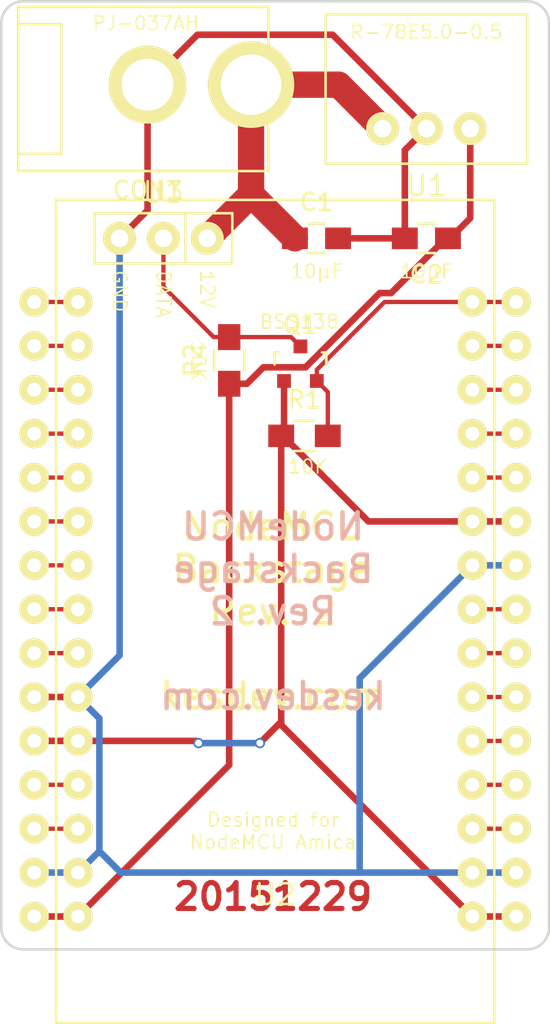
<source format=kicad_pcb>
(kicad_pcb (version 20171130) (host pcbnew "(5.1.12)-1")

  (general
    (thickness 1.6)
    (drawings 22)
    (tracks 96)
    (zones 0)
    (modules 9)
    (nets 28)
  )

  (page A4)
  (layers
    (0 F.Cu signal)
    (31 B.Cu signal)
    (32 B.Adhes user hide)
    (33 F.Adhes user hide)
    (34 B.Paste user hide)
    (35 F.Paste user hide)
    (36 B.SilkS user hide)
    (37 F.SilkS user hide)
    (38 B.Mask user hide)
    (39 F.Mask user hide)
    (40 Dwgs.User user hide)
    (41 Cmts.User user hide)
    (42 Eco1.User user hide)
    (43 Eco2.User user hide)
    (44 Edge.Cuts user)
    (45 Margin user hide)
    (46 B.CrtYd user hide)
    (47 F.CrtYd user hide)
    (48 B.Fab user hide)
    (49 F.Fab user hide)
  )

  (setup
    (last_trace_width 0.25)
    (trace_clearance 0.2)
    (zone_clearance 0.508)
    (zone_45_only no)
    (trace_min 0.2)
    (via_size 0.6)
    (via_drill 0.4)
    (via_min_size 0.4)
    (via_min_drill 0.3)
    (uvia_size 0.3)
    (uvia_drill 0.1)
    (uvias_allowed no)
    (uvia_min_size 0.2)
    (uvia_min_drill 0.1)
    (edge_width 0.15)
    (segment_width 0.2)
    (pcb_text_width 0.3)
    (pcb_text_size 1.5 1.5)
    (mod_edge_width 0.15)
    (mod_text_size 1 1)
    (mod_text_width 0.15)
    (pad_size 1.524 1.524)
    (pad_drill 0.762)
    (pad_to_mask_clearance 0)
    (pad_to_paste_clearance -0.003)
    (aux_axis_origin 0 0)
    (visible_elements 7FFFFFFF)
    (pcbplotparams
      (layerselection 0x010f0_80000001)
      (usegerberextensions true)
      (usegerberattributes true)
      (usegerberadvancedattributes true)
      (creategerberjobfile true)
      (excludeedgelayer true)
      (linewidth 0.100000)
      (plotframeref false)
      (viasonmask false)
      (mode 1)
      (useauxorigin false)
      (hpglpennumber 1)
      (hpglpenspeed 20)
      (hpglpendiameter 15.000000)
      (psnegative false)
      (psa4output false)
      (plotreference false)
      (plotvalue false)
      (plotinvisibletext false)
      (padsonsilk false)
      (subtractmaskfromsilk false)
      (outputformat 1)
      (mirror false)
      (drillshape 0)
      (scaleselection 1)
      (outputdirectory "Outputs/"))
  )

  (net 0 "")
  (net 1 GND)
  (net 2 +12V)
  (net 3 +3V3)
  (net 4 "Net-(Q1-Pad2)")
  (net 5 D0_5V)
  (net 6 +5V)
  (net 7 "Net-(U2-Pad1)")
  (net 8 "Net-(U2-Pad29)")
  (net 9 "Net-(U2-Pad2)")
  (net 10 "Net-(U2-Pad28)")
  (net 11 "Net-(U2-Pad3)")
  (net 12 "Net-(U2-Pad27)")
  (net 13 "Net-(U2-Pad4)")
  (net 14 "Net-(U2-Pad26)")
  (net 15 "Net-(U2-Pad5)")
  (net 16 "Net-(U2-Pad6)")
  (net 17 "Net-(U2-Pad7)")
  (net 18 "Net-(U2-Pad23)")
  (net 19 "Net-(U2-Pad8)")
  (net 20 "Net-(U2-Pad22)")
  (net 21 "Net-(U2-Pad9)")
  (net 22 "Net-(U2-Pad21)")
  (net 23 "Net-(U2-Pad20)")
  (net 24 "Net-(U2-Pad19)")
  (net 25 "Net-(U2-Pad12)")
  (net 26 "Net-(U2-Pad18)")
  (net 27 "Net-(U2-Pad13)")

  (net_class Default "This is the default net class."
    (clearance 0.2)
    (trace_width 0.25)
    (via_dia 0.6)
    (via_drill 0.4)
    (uvia_dia 0.3)
    (uvia_drill 0.1)
    (add_net D0_5V)
    (add_net "Net-(Q1-Pad2)")
    (add_net "Net-(U2-Pad1)")
    (add_net "Net-(U2-Pad12)")
    (add_net "Net-(U2-Pad13)")
    (add_net "Net-(U2-Pad18)")
    (add_net "Net-(U2-Pad19)")
    (add_net "Net-(U2-Pad2)")
    (add_net "Net-(U2-Pad20)")
    (add_net "Net-(U2-Pad21)")
    (add_net "Net-(U2-Pad22)")
    (add_net "Net-(U2-Pad23)")
    (add_net "Net-(U2-Pad26)")
    (add_net "Net-(U2-Pad27)")
    (add_net "Net-(U2-Pad28)")
    (add_net "Net-(U2-Pad29)")
    (add_net "Net-(U2-Pad3)")
    (add_net "Net-(U2-Pad4)")
    (add_net "Net-(U2-Pad5)")
    (add_net "Net-(U2-Pad6)")
    (add_net "Net-(U2-Pad7)")
    (add_net "Net-(U2-Pad8)")
    (add_net "Net-(U2-Pad9)")
  )

  (net_class Hi-V ""
    (clearance 0.2)
    (trace_width 1.524)
    (via_dia 0.6)
    (via_drill 0.4)
    (uvia_dia 0.3)
    (uvia_drill 0.1)
    (add_net +12V)
  )

  (net_class Power ""
    (clearance 0.2)
    (trace_width 0.381)
    (via_dia 0.6)
    (via_drill 0.4)
    (uvia_dia 0.3)
    (uvia_drill 0.1)
    (add_net +3V3)
    (add_net +5V)
    (add_net GND)
  )

  (module mplewis:NODEMCU_AMICA_WIDE (layer F.Cu) (tedit 568216CA) (tstamp 5682375B)
    (at 50.8 66.04)
    (path /5681EEDE)
    (fp_text reference U2 (at 0.127 16.383 180) (layer F.SilkS)
      (effects (font (size 1.2 1.2) (thickness 0.15)))
    )
    (fp_text value NODEMCU_AMICA (at 0.127 -16.637) (layer F.Fab)
      (effects (font (size 1.2 1.2) (thickness 0.15)))
    )
    (fp_line (start 12.827 -23.8125) (end -12.573 -23.8125) (layer F.SilkS) (width 0.15))
    (fp_line (start 12.827 23.8125) (end 12.827 -23.8125) (layer F.SilkS) (width 0.15))
    (fp_line (start 12.827 23.8125) (end -12.573 23.8125) (layer F.SilkS) (width 0.15))
    (fp_line (start -12.573 23.8125) (end -12.573 -23.8125) (layer F.SilkS) (width 0.15))
    (pad 30 thru_hole circle (at 11.557 -17.907 270) (size 1.7 1.7) (drill 0.8) (layers *.Cu *.Mask F.SilkS)
      (net 4 "Net-(Q1-Pad2)"))
    (pad 1 thru_hole circle (at -11.303 -17.907 270) (size 1.7 1.7) (drill 0.8) (layers *.Cu *.Mask F.SilkS)
      (net 7 "Net-(U2-Pad1)"))
    (pad 29 thru_hole circle (at 11.557 -15.367 270) (size 1.7 1.7) (drill 0.8) (layers *.Cu *.Mask F.SilkS)
      (net 8 "Net-(U2-Pad29)"))
    (pad 2 thru_hole circle (at -11.303 -15.367 270) (size 1.7 1.7) (drill 0.8) (layers *.Cu *.Mask F.SilkS)
      (net 9 "Net-(U2-Pad2)"))
    (pad 28 thru_hole circle (at 11.557 -12.827 270) (size 1.7 1.7) (drill 0.8) (layers *.Cu *.Mask F.SilkS)
      (net 10 "Net-(U2-Pad28)"))
    (pad 3 thru_hole circle (at -11.303 -12.827 270) (size 1.7 1.7) (drill 0.8) (layers *.Cu *.Mask F.SilkS)
      (net 11 "Net-(U2-Pad3)"))
    (pad 27 thru_hole circle (at 11.557 -10.287 270) (size 1.7 1.7) (drill 0.8) (layers *.Cu *.Mask F.SilkS)
      (net 12 "Net-(U2-Pad27)"))
    (pad 4 thru_hole circle (at -11.303 -10.287 270) (size 1.7 1.7) (drill 0.8) (layers *.Cu *.Mask F.SilkS)
      (net 13 "Net-(U2-Pad4)"))
    (pad 26 thru_hole circle (at 11.557 -7.747 270) (size 1.7 1.7) (drill 0.8) (layers *.Cu *.Mask F.SilkS)
      (net 14 "Net-(U2-Pad26)"))
    (pad 5 thru_hole circle (at -11.303 -7.747 270) (size 1.7 1.7) (drill 0.8) (layers *.Cu *.Mask F.SilkS)
      (net 15 "Net-(U2-Pad5)"))
    (pad 25 thru_hole circle (at 11.557 -5.207 270) (size 1.7 1.7) (drill 0.8) (layers *.Cu *.Mask F.SilkS)
      (net 3 +3V3))
    (pad 6 thru_hole circle (at -11.303 -5.207 270) (size 1.7 1.7) (drill 0.8) (layers *.Cu *.Mask F.SilkS)
      (net 16 "Net-(U2-Pad6)"))
    (pad 24 thru_hole circle (at 11.557 -2.667 270) (size 1.7 1.7) (drill 0.8) (layers *.Cu *.Mask F.SilkS)
      (net 1 GND))
    (pad 7 thru_hole circle (at -11.303 -2.667 270) (size 1.7 1.7) (drill 0.8) (layers *.Cu *.Mask F.SilkS)
      (net 17 "Net-(U2-Pad7)"))
    (pad 23 thru_hole circle (at 11.557 -0.127 270) (size 1.7 1.7) (drill 0.8) (layers *.Cu *.Mask F.SilkS)
      (net 18 "Net-(U2-Pad23)"))
    (pad 8 thru_hole circle (at -11.303 -0.127 270) (size 1.7 1.7) (drill 0.8) (layers *.Cu *.Mask F.SilkS)
      (net 19 "Net-(U2-Pad8)"))
    (pad 22 thru_hole circle (at 11.557 2.413 270) (size 1.7 1.7) (drill 0.8) (layers *.Cu *.Mask F.SilkS)
      (net 20 "Net-(U2-Pad22)"))
    (pad 9 thru_hole circle (at -11.303 2.413 270) (size 1.7 1.7) (drill 0.8) (layers *.Cu *.Mask F.SilkS)
      (net 21 "Net-(U2-Pad9)"))
    (pad 21 thru_hole circle (at 11.557 4.953 270) (size 1.7 1.7) (drill 0.8) (layers *.Cu *.Mask F.SilkS)
      (net 22 "Net-(U2-Pad21)"))
    (pad 10 thru_hole circle (at -11.303 4.953 270) (size 1.7 1.7) (drill 0.8) (layers *.Cu *.Mask F.SilkS)
      (net 1 GND))
    (pad 20 thru_hole circle (at 11.557 7.493 270) (size 1.7 1.7) (drill 0.8) (layers *.Cu *.Mask F.SilkS)
      (net 23 "Net-(U2-Pad20)"))
    (pad 11 thru_hole circle (at -11.303 7.493 270) (size 1.7 1.7) (drill 0.8) (layers *.Cu *.Mask F.SilkS)
      (net 3 +3V3))
    (pad 19 thru_hole circle (at 11.557 10.033 270) (size 1.7 1.7) (drill 0.8) (layers *.Cu *.Mask F.SilkS)
      (net 24 "Net-(U2-Pad19)"))
    (pad 12 thru_hole circle (at -11.303 10.033 270) (size 1.7 1.7) (drill 0.8) (layers *.Cu *.Mask F.SilkS)
      (net 25 "Net-(U2-Pad12)"))
    (pad 18 thru_hole circle (at 11.557 12.573 270) (size 1.7 1.7) (drill 0.8) (layers *.Cu *.Mask F.SilkS)
      (net 26 "Net-(U2-Pad18)"))
    (pad 13 thru_hole circle (at -11.303 12.573 270) (size 1.7 1.7) (drill 0.8) (layers *.Cu *.Mask F.SilkS)
      (net 27 "Net-(U2-Pad13)"))
    (pad 17 thru_hole circle (at 11.557 15.113 270) (size 1.7 1.7) (drill 0.8) (layers *.Cu *.Mask F.SilkS)
      (net 1 GND))
    (pad 14 thru_hole circle (at -11.303 15.113 270) (size 1.7 1.7) (drill 0.8) (layers *.Cu *.Mask F.SilkS)
      (net 1 GND))
    (pad 16 thru_hole circle (at 11.557 17.653 270) (size 1.7 1.7) (drill 0.8) (layers *.Cu *.Mask F.SilkS)
      (net 3 +3V3))
    (pad 15 thru_hole circle (at -11.303 17.653 270) (size 1.7 1.7) (drill 0.8) (layers *.Cu *.Mask F.SilkS)
      (net 6 +5V))
    (pad 9 thru_hole circle (at -13.843 2.413 270) (size 1.7 1.7) (drill 0.8) (layers *.Cu *.Mask F.SilkS)
      (net 21 "Net-(U2-Pad9)"))
    (pad 10 thru_hole circle (at -13.843 4.953 270) (size 1.7 1.7) (drill 0.8) (layers *.Cu *.Mask F.SilkS)
      (net 1 GND))
    (pad 13 thru_hole circle (at -13.843 12.573 270) (size 1.7 1.7) (drill 0.8) (layers *.Cu *.Mask F.SilkS)
      (net 27 "Net-(U2-Pad13)"))
    (pad 11 thru_hole circle (at -13.843 7.493 270) (size 1.7 1.7) (drill 0.8) (layers *.Cu *.Mask F.SilkS)
      (net 3 +3V3))
    (pad 12 thru_hole circle (at -13.843 10.033 270) (size 1.7 1.7) (drill 0.8) (layers *.Cu *.Mask F.SilkS)
      (net 25 "Net-(U2-Pad12)"))
    (pad 6 thru_hole circle (at -13.843 -5.207 270) (size 1.7 1.7) (drill 0.8) (layers *.Cu *.Mask F.SilkS)
      (net 16 "Net-(U2-Pad6)"))
    (pad 8 thru_hole circle (at -13.843 -0.127 270) (size 1.7 1.7) (drill 0.8) (layers *.Cu *.Mask F.SilkS)
      (net 19 "Net-(U2-Pad8)"))
    (pad 7 thru_hole circle (at -13.843 -2.667 270) (size 1.7 1.7) (drill 0.8) (layers *.Cu *.Mask F.SilkS)
      (net 17 "Net-(U2-Pad7)"))
    (pad 14 thru_hole circle (at -13.843 15.113 270) (size 1.7 1.7) (drill 0.8) (layers *.Cu *.Mask F.SilkS)
      (net 1 GND))
    (pad 15 thru_hole circle (at -13.843 17.653 270) (size 1.7 1.7) (drill 0.8) (layers *.Cu *.Mask F.SilkS)
      (net 6 +5V))
    (pad 2 thru_hole circle (at -13.843 -15.367 270) (size 1.7 1.7) (drill 0.8) (layers *.Cu *.Mask F.SilkS)
      (net 9 "Net-(U2-Pad2)"))
    (pad 5 thru_hole circle (at -13.843 -7.747 270) (size 1.7 1.7) (drill 0.8) (layers *.Cu *.Mask F.SilkS)
      (net 15 "Net-(U2-Pad5)"))
    (pad 3 thru_hole circle (at -13.843 -12.827 270) (size 1.7 1.7) (drill 0.8) (layers *.Cu *.Mask F.SilkS)
      (net 11 "Net-(U2-Pad3)"))
    (pad 4 thru_hole circle (at -13.843 -10.287 270) (size 1.7 1.7) (drill 0.8) (layers *.Cu *.Mask F.SilkS)
      (net 13 "Net-(U2-Pad4)"))
    (pad 1 thru_hole circle (at -13.843 -17.907 270) (size 1.7 1.7) (drill 0.8) (layers *.Cu *.Mask F.SilkS)
      (net 7 "Net-(U2-Pad1)"))
    (pad 21 thru_hole circle (at 14.097 4.953 270) (size 1.7 1.7) (drill 0.8) (layers *.Cu *.Mask F.SilkS)
      (net 22 "Net-(U2-Pad21)"))
    (pad 22 thru_hole circle (at 14.097 2.413 270) (size 1.7 1.7) (drill 0.8) (layers *.Cu *.Mask F.SilkS)
      (net 20 "Net-(U2-Pad22)"))
    (pad 23 thru_hole circle (at 14.097 -0.127 270) (size 1.7 1.7) (drill 0.8) (layers *.Cu *.Mask F.SilkS)
      (net 18 "Net-(U2-Pad23)"))
    (pad 24 thru_hole circle (at 14.097 -2.667 270) (size 1.7 1.7) (drill 0.8) (layers *.Cu *.Mask F.SilkS)
      (net 1 GND))
    (pad 18 thru_hole circle (at 14.097 12.573 270) (size 1.7 1.7) (drill 0.8) (layers *.Cu *.Mask F.SilkS)
      (net 26 "Net-(U2-Pad18)"))
    (pad 20 thru_hole circle (at 14.097 7.493 270) (size 1.7 1.7) (drill 0.8) (layers *.Cu *.Mask F.SilkS)
      (net 23 "Net-(U2-Pad20)"))
    (pad 17 thru_hole circle (at 14.097 15.113 270) (size 1.7 1.7) (drill 0.8) (layers *.Cu *.Mask F.SilkS)
      (net 1 GND))
    (pad 19 thru_hole circle (at 14.097 10.033 270) (size 1.7 1.7) (drill 0.8) (layers *.Cu *.Mask F.SilkS)
      (net 24 "Net-(U2-Pad19)"))
    (pad 16 thru_hole circle (at 14.097 17.653 270) (size 1.7 1.7) (drill 0.8) (layers *.Cu *.Mask F.SilkS)
      (net 3 +3V3))
    (pad 28 thru_hole circle (at 14.097 -12.827 270) (size 1.7 1.7) (drill 0.8) (layers *.Cu *.Mask F.SilkS)
      (net 10 "Net-(U2-Pad28)"))
    (pad 27 thru_hole circle (at 14.097 -10.287 270) (size 1.7 1.7) (drill 0.8) (layers *.Cu *.Mask F.SilkS)
      (net 12 "Net-(U2-Pad27)"))
    (pad 26 thru_hole circle (at 14.097 -7.747 270) (size 1.7 1.7) (drill 0.8) (layers *.Cu *.Mask F.SilkS)
      (net 14 "Net-(U2-Pad26)"))
    (pad 25 thru_hole circle (at 14.097 -5.207 270) (size 1.7 1.7) (drill 0.8) (layers *.Cu *.Mask F.SilkS)
      (net 3 +3V3))
    (pad 29 thru_hole circle (at 14.097 -15.367 270) (size 1.7 1.7) (drill 0.8) (layers *.Cu *.Mask F.SilkS)
      (net 8 "Net-(U2-Pad29)"))
    (pad 30 thru_hole circle (at 14.097 -17.907 270) (size 1.7 1.7) (drill 0.8) (layers *.Cu *.Mask F.SilkS)
      (net 4 "Net-(Q1-Pad2)"))
  )

  (module SOT-23 (layer F.Cu) (tedit 553634F8) (tstamp 568227C8)
    (at 52.39 51.70424)
    (descr "SOT-23, Standard")
    (tags SOT-23)
    (path /5682179E)
    (attr smd)
    (fp_text reference Q1 (at 0 -2.25) (layer F.SilkS)
      (effects (font (size 1 1) (thickness 0.15)))
    )
    (fp_text value BSS138 (at 0 2.3) (layer F.Fab)
      (effects (font (size 1 1) (thickness 0.15)))
    )
    (fp_line (start 1.49982 -0.65024) (end 1.49982 0.0508) (layer F.SilkS) (width 0.15))
    (fp_line (start 1.29916 -0.65024) (end 1.49982 -0.65024) (layer F.SilkS) (width 0.15))
    (fp_line (start -1.49982 -0.65024) (end -1.2509 -0.65024) (layer F.SilkS) (width 0.15))
    (fp_line (start -1.49982 0.0508) (end -1.49982 -0.65024) (layer F.SilkS) (width 0.15))
    (fp_line (start 1.29916 -0.65024) (end 1.2509 -0.65024) (layer F.SilkS) (width 0.15))
    (fp_line (start -1.65 1.6) (end -1.65 -1.6) (layer F.CrtYd) (width 0.05))
    (fp_line (start 1.65 1.6) (end -1.65 1.6) (layer F.CrtYd) (width 0.05))
    (fp_line (start 1.65 -1.6) (end 1.65 1.6) (layer F.CrtYd) (width 0.05))
    (fp_line (start -1.65 -1.6) (end 1.65 -1.6) (layer F.CrtYd) (width 0.05))
    (pad 1 smd rect (at -0.95 1.00076) (size 0.8001 0.8001) (layers F.Cu F.Paste F.Mask)
      (net 3 +3V3))
    (pad 2 smd rect (at 0.95 1.00076) (size 0.8001 0.8001) (layers F.Cu F.Paste F.Mask)
      (net 4 "Net-(Q1-Pad2)"))
    (pad 3 smd rect (at 0 -0.99822) (size 0.8001 0.8001) (layers F.Cu F.Paste F.Mask)
      (net 5 D0_5V))
    (model TO_SOT_Packages_SMD.3dshapes/SOT-23.wrl
      (at (xyz 0 0 0))
      (scale (xyz 1 1 1))
      (rotate (xyz 0 0 0))
    )
  )

  (module mplewis:R-78E5.0-0.5 (layer F.Cu) (tedit 568207B9) (tstamp 568227EB)
    (at 59.69 40.132)
    (path /56821530)
    (fp_text reference U1 (at 0 1.27) (layer F.SilkS)
      (effects (font (size 1.2 1.2) (thickness 0.15)))
    )
    (fp_text value R-78E5.0-0.5 (at 0 -9.652) (layer F.Fab)
      (effects (font (size 1.2 1.2) (thickness 0.15)))
    )
    (fp_line (start -5.842 0) (end -5.842 -8.636) (layer F.SilkS) (width 0.15))
    (fp_line (start -5.842 -8.636) (end 5.842 -8.636) (layer F.SilkS) (width 0.15))
    (fp_line (start 5.842 -8.636) (end 5.842 0) (layer F.SilkS) (width 0.15))
    (fp_line (start 5.842 0) (end -5.842 0) (layer F.SilkS) (width 0.15))
    (pad 1 thru_hole circle (at -2.54 -2.032) (size 1.905 1.905) (drill 1.016) (layers *.Cu *.Mask F.SilkS)
      (net 2 +12V))
    (pad 2 thru_hole circle (at 0 -2.032) (size 1.905 1.905) (drill 1.016) (layers *.Cu *.Mask F.SilkS)
      (net 1 GND))
    (pad 3 thru_hole circle (at 2.54 -2.032) (size 1.905 1.905) (drill 1.016) (layers *.Cu *.Mask F.SilkS)
      (net 6 +5V))
  )

  (module mplewis:SIP-3 (layer F.Cu) (tedit 0) (tstamp 56822A22)
    (at 44.45 44.45 180)
    (path /568212E1)
    (fp_text reference U3 (at 0 2.6525 180) (layer F.SilkS)
      (effects (font (size 1.2 1.2) (thickness 0.15)))
    )
    (fp_text value HEADER_WS2812 (at 0 -2.6525 180) (layer F.Fab)
      (effects (font (size 1.2 1.2) (thickness 0.15)))
    )
    (fp_line (start -1.27 -1.4525) (end -1.27 1.4525) (layer F.SilkS) (width 0.15))
    (fp_line (start -3.9925 1.4525) (end -3.9925 -1.4525) (layer F.SilkS) (width 0.15))
    (fp_line (start 3.9925 1.4525) (end -3.9925 1.4525) (layer F.SilkS) (width 0.15))
    (fp_line (start 3.9925 -1.4525) (end 3.9925 1.4525) (layer F.SilkS) (width 0.15))
    (fp_line (start -3.9925 -1.4525) (end 3.9925 -1.4525) (layer F.SilkS) (width 0.15))
    (pad 1 thru_hole circle (at -2.54 0 180) (size 1.905 1.905) (drill 1.016) (layers *.Cu *.Mask F.SilkS)
      (net 2 +12V))
    (pad 2 thru_hole circle (at 0 0 180) (size 1.905 1.905) (drill 1.016) (layers *.Cu *.Mask F.SilkS)
      (net 5 D0_5V))
    (pad 3 thru_hole circle (at 2.54 0 180) (size 1.905 1.905) (drill 1.016) (layers *.Cu *.Mask F.SilkS)
      (net 1 GND))
  )

  (module Capacitors_SMD:C_0805_HandSoldering (layer F.Cu) (tedit 541A9B8D) (tstamp 56822DF5)
    (at 53.32 44.45)
    (descr "Capacitor SMD 0805, hand soldering")
    (tags "capacitor 0805")
    (path /568215F3)
    (attr smd)
    (fp_text reference C1 (at 0 -2.1) (layer F.SilkS)
      (effects (font (size 1 1) (thickness 0.15)))
    )
    (fp_text value 10µF (at 0 2.1) (layer F.Fab)
      (effects (font (size 1 1) (thickness 0.15)))
    )
    (fp_line (start -0.5 0.85) (end 0.5 0.85) (layer F.SilkS) (width 0.15))
    (fp_line (start 0.5 -0.85) (end -0.5 -0.85) (layer F.SilkS) (width 0.15))
    (fp_line (start 2.3 -1) (end 2.3 1) (layer F.CrtYd) (width 0.05))
    (fp_line (start -2.3 -1) (end -2.3 1) (layer F.CrtYd) (width 0.05))
    (fp_line (start -2.3 1) (end 2.3 1) (layer F.CrtYd) (width 0.05))
    (fp_line (start -2.3 -1) (end 2.3 -1) (layer F.CrtYd) (width 0.05))
    (pad 1 smd rect (at -1.25 0) (size 1.5 1.25) (layers F.Cu F.Paste F.Mask)
      (net 2 +12V))
    (pad 2 smd rect (at 1.25 0) (size 1.5 1.25) (layers F.Cu F.Paste F.Mask)
      (net 1 GND))
    (model Capacitors_SMD.3dshapes/C_0805_HandSoldering.wrl
      (at (xyz 0 0 0))
      (scale (xyz 1 1 1))
      (rotate (xyz 0 0 0))
    )
  )

  (module Capacitors_SMD:C_0805_HandSoldering (layer F.Cu) (tedit 541A9B8D) (tstamp 56822DFB)
    (at 59.69 44.45 180)
    (descr "Capacitor SMD 0805, hand soldering")
    (tags "capacitor 0805")
    (path /56821646)
    (attr smd)
    (fp_text reference C2 (at 0 -2.1 180) (layer F.SilkS)
      (effects (font (size 1 1) (thickness 0.15)))
    )
    (fp_text value 10µF (at 0 2.1 180) (layer F.Fab)
      (effects (font (size 1 1) (thickness 0.15)))
    )
    (fp_line (start -0.5 0.85) (end 0.5 0.85) (layer F.SilkS) (width 0.15))
    (fp_line (start 0.5 -0.85) (end -0.5 -0.85) (layer F.SilkS) (width 0.15))
    (fp_line (start 2.3 -1) (end 2.3 1) (layer F.CrtYd) (width 0.05))
    (fp_line (start -2.3 -1) (end -2.3 1) (layer F.CrtYd) (width 0.05))
    (fp_line (start -2.3 1) (end 2.3 1) (layer F.CrtYd) (width 0.05))
    (fp_line (start -2.3 -1) (end 2.3 -1) (layer F.CrtYd) (width 0.05))
    (pad 1 smd rect (at -1.25 0 180) (size 1.5 1.25) (layers F.Cu F.Paste F.Mask)
      (net 6 +5V))
    (pad 2 smd rect (at 1.25 0 180) (size 1.5 1.25) (layers F.Cu F.Paste F.Mask)
      (net 1 GND))
    (model Capacitors_SMD.3dshapes/C_0805_HandSoldering.wrl
      (at (xyz 0 0 0))
      (scale (xyz 1 1 1))
      (rotate (xyz 0 0 0))
    )
  )

  (module Resistors_SMD:R_0805_HandSoldering (layer F.Cu) (tedit 54189DEE) (tstamp 5)
    (at 52.625 55.88)
    (descr "Resistor SMD 0805, hand soldering")
    (tags "resistor 0805")
    (path /56821D8A)
    (attr smd)
    (fp_text reference R1 (at 0 -2.1) (layer F.SilkS)
      (effects (font (size 1 1) (thickness 0.15)))
    )
    (fp_text value 10K (at 0 2.1) (layer F.Fab)
      (effects (font (size 1 1) (thickness 0.15)))
    )
    (fp_line (start -0.6 -0.875) (end 0.6 -0.875) (layer F.SilkS) (width 0.15))
    (fp_line (start 0.6 0.875) (end -0.6 0.875) (layer F.SilkS) (width 0.15))
    (fp_line (start 2.4 -1) (end 2.4 1) (layer F.CrtYd) (width 0.05))
    (fp_line (start -2.4 -1) (end -2.4 1) (layer F.CrtYd) (width 0.05))
    (fp_line (start -2.4 1) (end 2.4 1) (layer F.CrtYd) (width 0.05))
    (fp_line (start -2.4 -1) (end 2.4 -1) (layer F.CrtYd) (width 0.05))
    (pad 1 smd rect (at -1.35 0) (size 1.5 1.3) (layers F.Cu F.Paste F.Mask)
      (net 3 +3V3))
    (pad 2 smd rect (at 1.35 0) (size 1.5 1.3) (layers F.Cu F.Paste F.Mask)
      (net 4 "Net-(Q1-Pad2)"))
    (model Resistors_SMD.3dshapes/R_0805_HandSoldering.wrl
      (at (xyz 0 0 0))
      (scale (xyz 1 1 1))
      (rotate (xyz 0 0 0))
    )
  )

  (module Resistors_SMD:R_0805_HandSoldering (layer F.Cu) (tedit 54189DEE) (tstamp 5)
    (at 48.26 51.515 90)
    (descr "Resistor SMD 0805, hand soldering")
    (tags "resistor 0805")
    (path /56821E22)
    (attr smd)
    (fp_text reference R2 (at 0 -2.1 90) (layer F.SilkS)
      (effects (font (size 1 1) (thickness 0.15)))
    )
    (fp_text value 10K (at 0 2.1 90) (layer F.Fab)
      (effects (font (size 1 1) (thickness 0.15)))
    )
    (fp_line (start -0.6 -0.875) (end 0.6 -0.875) (layer F.SilkS) (width 0.15))
    (fp_line (start 0.6 0.875) (end -0.6 0.875) (layer F.SilkS) (width 0.15))
    (fp_line (start 2.4 -1) (end 2.4 1) (layer F.CrtYd) (width 0.05))
    (fp_line (start -2.4 -1) (end -2.4 1) (layer F.CrtYd) (width 0.05))
    (fp_line (start -2.4 1) (end 2.4 1) (layer F.CrtYd) (width 0.05))
    (fp_line (start -2.4 -1) (end 2.4 -1) (layer F.CrtYd) (width 0.05))
    (pad 1 smd rect (at -1.35 0 90) (size 1.5 1.3) (layers F.Cu F.Paste F.Mask)
      (net 6 +5V))
    (pad 2 smd rect (at 1.35 0 90) (size 1.5 1.3) (layers F.Cu F.Paste F.Mask)
      (net 5 D0_5V))
    (model Resistors_SMD.3dshapes/R_0805_HandSoldering.wrl
      (at (xyz 0 0 0))
      (scale (xyz 1 1 1))
      (rotate (xyz 0 0 0))
    )
  )

  (module mplewis:PJ-037A-VIAS (layer F.Cu) (tedit 5682EEF8) (tstamp 5682F7F5)
    (at 43.53 35.56)
    (path /5681EF84)
    (fp_text reference CON1 (at 0 6.096) (layer F.SilkS)
      (effects (font (size 1 1) (thickness 0.15)))
    )
    (fp_text value BARREL_JACK_NO_SW (at 0 -5.5) (layer F.Fab)
      (effects (font (size 1 1) (thickness 0.15)))
    )
    (fp_line (start -7.5 -4.5) (end 7 -4.5) (layer F.SilkS) (width 0.15))
    (fp_line (start 7 -4.5) (end 7 5) (layer F.SilkS) (width 0.15))
    (fp_line (start 7 5) (end -7.5 5) (layer F.SilkS) (width 0.15))
    (fp_line (start -7.5 5) (end -7.5 -4.5) (layer F.SilkS) (width 0.15))
    (fp_line (start -5 4) (end -7.5 4) (layer F.SilkS) (width 0.15))
    (fp_line (start -5 -3.5) (end -5 4) (layer F.SilkS) (width 0.15))
    (fp_line (start -7.5 -3.5) (end -5 -3.5) (layer F.SilkS) (width 0.15))
    (pad 2 thru_hole circle (at 0 0) (size 4.5 4.5) (drill 3) (layers *.Cu *.Mask F.SilkS)
      (net 1 GND))
    (pad 1 thru_hole circle (at 6 0) (size 5 5) (drill 3.5) (layers *.Cu *.Mask F.SilkS)
      (net 2 +12V))
  )

  (gr_text R-78E5.0-0.5 (at 59.69 32.512) (layer F.SilkS) (tstamp 5682F8BE)
    (effects (font (size 0.8 0.8) (thickness 0.1)))
  )
  (gr_text PJ-037AH (at 43.434 32.004) (layer F.SilkS) (tstamp 5682F89B)
    (effects (font (size 0.8 0.8) (thickness 0.1)))
  )
  (gr_text "Designed for\nNodeMCU Amica" (at 50.8 78.74) (layer F.SilkS) (tstamp 5682F894)
    (effects (font (size 0.8 0.8) (thickness 0.1)))
  )
  (gr_text GND (at 41.91 46.228 270) (layer F.SilkS) (tstamp 5682F88C)
    (effects (font (size 0.8 0.8) (thickness 0.1)) (justify left))
  )
  (gr_text DATA (at 44.45 46.228 270) (layer F.SilkS) (tstamp 5682F887)
    (effects (font (size 0.8 0.8) (thickness 0.1)) (justify left))
  )
  (gr_text 12V (at 46.99 46.228 270) (layer F.SilkS) (tstamp 5682F87C)
    (effects (font (size 0.8 0.8) (thickness 0.1)) (justify left))
  )
  (gr_text 10K (at 52.832 57.658) (layer F.SilkS) (tstamp 5682F874)
    (effects (font (size 0.8 0.8) (thickness 0.1)))
  )
  (gr_text 10K (at 46.482 51.562 270) (layer F.SilkS) (tstamp 5682F871)
    (effects (font (size 0.8 0.8) (thickness 0.1)))
  )
  (gr_text BSS138 (at 52.324 49.276) (layer F.SilkS) (tstamp 5682F86C)
    (effects (font (size 0.8 0.8) (thickness 0.1)))
  )
  (gr_text 10µF (at 59.69 46.355) (layer F.SilkS) (tstamp 5682F81B)
    (effects (font (size 0.8 0.8) (thickness 0.1)))
  )
  (gr_text 10µF (at 53.34 46.355) (layer F.SilkS)
    (effects (font (size 0.8 0.8) (thickness 0.1)))
  )
  (gr_text "NodeMCU\nBackstage\nRev. 2\n\nkesdev.com" (at 50.8 66.04) (layer B.SilkS) (tstamp 5682F804)
    (effects (font (size 1.524 1.524) (thickness 0.254)) (justify mirror))
  )
  (gr_text 20151229 (at 50.8 82.55) (layer F.Cu)
    (effects (font (size 1.5 1.5) (thickness 0.3)))
  )
  (gr_text "NodeMCU\nBackstage\nRev. 2\n\nkesdev.com" (at 50.8 66.04) (layer F.SilkS)
    (effects (font (size 1.524 1.524) (thickness 0.254)))
  )
  (gr_line (start 65.532 30.734) (end 36.322 30.734) (layer Edge.Cuts) (width 0.15))
  (gr_line (start 66.802 84.328) (end 66.802 32.004) (layer Edge.Cuts) (width 0.15))
  (gr_line (start 36.322 85.598) (end 65.532 85.598) (layer Edge.Cuts) (width 0.15))
  (gr_line (start 35.052 32.004) (end 35.052 84.328) (layer Edge.Cuts) (width 0.15))
  (gr_arc (start 36.322 84.328) (end 36.322 85.598) (angle 90) (layer Edge.Cuts) (width 0.15))
  (gr_arc (start 65.532 84.328) (end 66.802 84.328) (angle 90) (layer Edge.Cuts) (width 0.15))
  (gr_arc (start 36.322 32.004) (end 35.052 32.004) (angle 90) (layer Edge.Cuts) (width 0.15))
  (gr_arc (start 65.532 32.004) (end 65.532 30.734) (angle 90) (layer Edge.Cuts) (width 0.15))

  (segment (start 43.53 42.83) (end 41.91 44.45) (width 0.381) (layer F.Cu) (net 1))
  (segment (start 43.53 35.56) (end 43.53 42.83) (width 0.381) (layer F.Cu) (net 1))
  (segment (start 54.57 44.45) (end 58.44 44.45) (width 0.381) (layer F.Cu) (net 1))
  (segment (start 58.44 39.35) (end 59.69 38.1) (width 0.381) (layer F.Cu) (net 1))
  (segment (start 58.44 44.45) (end 58.44 39.35) (width 0.381) (layer F.Cu) (net 1))
  (segment (start 54.259499 32.669499) (end 46.420501 32.669499) (width 0.381) (layer F.Cu) (net 1))
  (segment (start 46.420501 32.669499) (end 43.53 35.56) (width 0.381) (layer F.Cu) (net 1))
  (segment (start 59.69 38.1) (end 54.259499 32.669499) (width 0.381) (layer F.Cu) (net 1))
  (segment (start 36.957 70.993) (end 39.497 70.993) (width 0.381) (layer F.Cu) (net 1))
  (segment (start 40.737501 79.912499) (end 39.497 81.153) (width 0.381) (layer B.Cu) (net 1))
  (segment (start 40.737501 72.233501) (end 40.737501 79.912499) (width 0.381) (layer B.Cu) (net 1))
  (segment (start 39.497 70.993) (end 40.737501 72.233501) (width 0.381) (layer B.Cu) (net 1))
  (segment (start 36.957 81.153) (end 39.497 81.153) (width 0.381) (layer B.Cu) (net 1))
  (segment (start 62.357 81.153) (end 64.897 81.153) (width 0.381) (layer B.Cu) (net 1))
  (segment (start 41.978002 81.153) (end 40.737501 79.912499) (width 0.381) (layer B.Cu) (net 1))
  (segment (start 62.357 63.373) (end 64.897 63.373) (width 0.381) (layer B.Cu) (net 1))
  (segment (start 62.357 63.373) (end 55.82158 69.90842) (width 0.381) (layer B.Cu) (net 1))
  (segment (start 55.82158 69.90842) (end 55.82158 81.153) (width 0.381) (layer B.Cu) (net 1))
  (segment (start 55.82158 81.153) (end 41.978002 81.153) (width 0.381) (layer B.Cu) (net 1))
  (segment (start 62.357 81.153) (end 55.82158 81.153) (width 0.381) (layer B.Cu) (net 1))
  (segment (start 41.91 68.58) (end 39.497 70.993) (width 0.381) (layer B.Cu) (net 1))
  (segment (start 41.91 44.45) (end 41.91 68.58) (width 0.381) (layer B.Cu) (net 1))
  (segment (start 49.53 35.56) (end 54.61 35.56) (width 1.524) (layer F.Cu) (net 2))
  (segment (start 54.61 35.56) (end 57.15 38.1) (width 1.524) (layer F.Cu) (net 2))
  (segment (start 49.53 41.91) (end 52.07 44.45) (width 1.524) (layer F.Cu) (net 2))
  (segment (start 49.53 35.56) (end 49.53 41.91) (width 1.524) (layer F.Cu) (net 2))
  (segment (start 49.53 41.91) (end 46.99 44.45) (width 1.524) (layer F.Cu) (net 2))
  (segment (start 51.275 72.611) (end 51.275 72.39) (width 0.381) (layer F.Cu) (net 3))
  (segment (start 51.275 72.39) (end 51.275 55.88) (width 0.381) (layer F.Cu) (net 3))
  (segment (start 50.038 73.66) (end 51.275 72.423) (width 0.381) (layer F.Cu) (net 3))
  (segment (start 51.275 72.423) (end 51.275 72.39) (width 0.381) (layer F.Cu) (net 3))
  (segment (start 46.482 73.66) (end 50.038 73.66) (width 0.381) (layer B.Cu) (net 3))
  (segment (start 39.497 73.533) (end 46.355 73.533) (width 0.381) (layer F.Cu) (net 3))
  (segment (start 46.355 73.533) (end 46.482 73.66) (width 0.381) (layer F.Cu) (net 3))
  (segment (start 51.275 55.88) (end 51.375 55.88) (width 0.381) (layer F.Cu) (net 3))
  (segment (start 51.375 55.88) (end 56.328 60.833) (width 0.381) (layer F.Cu) (net 3))
  (segment (start 56.328 60.833) (end 61.154919 60.833) (width 0.381) (layer F.Cu) (net 3))
  (segment (start 61.154919 60.833) (end 62.357 60.833) (width 0.381) (layer F.Cu) (net 3))
  (segment (start 62.357 83.693) (end 51.275 72.611) (width 0.381) (layer F.Cu) (net 3))
  (segment (start 64.897 83.693) (end 62.357 83.693) (width 0.381) (layer F.Cu) (net 3))
  (segment (start 39.497 73.533) (end 36.957 73.533) (width 0.381) (layer F.Cu) (net 3))
  (segment (start 64.897 60.833) (end 62.357 60.833) (width 0.381) (layer F.Cu) (net 3))
  (segment (start 51.44 52.705) (end 51.44 55.715) (width 0.381) (layer F.Cu) (net 3))
  (segment (start 51.44 55.715) (end 51.275 55.88) (width 0.381) (layer F.Cu) (net 3))
  (via (at 50.038 73.66) (size 0.6) (drill 0.4) (layers F.Cu B.Cu) (net 3))
  (via (at 46.482 73.66) (size 0.6) (drill 0.4) (layers F.Cu B.Cu) (net 3))
  (segment (start 62.357 48.133) (end 64.897 48.133) (width 0.25) (layer F.Cu) (net 4))
  (segment (start 53.34 52.705) (end 53.34 52.05495) (width 0.25) (layer F.Cu) (net 4))
  (segment (start 53.34 52.05495) (end 57.26195 48.133) (width 0.25) (layer F.Cu) (net 4))
  (segment (start 57.26195 48.133) (end 61.154919 48.133) (width 0.25) (layer F.Cu) (net 4))
  (segment (start 61.154919 48.133) (end 62.357 48.133) (width 0.25) (layer F.Cu) (net 4))
  (segment (start 53.975 55.88) (end 53.975 53.34) (width 0.25) (layer F.Cu) (net 4))
  (segment (start 53.975 53.34) (end 53.34 52.705) (width 0.25) (layer F.Cu) (net 4))
  (segment (start 44.45 44.45) (end 44.45 47.255) (width 0.25) (layer F.Cu) (net 5))
  (segment (start 44.45 47.255) (end 47.36 50.165) (width 0.25) (layer F.Cu) (net 5))
  (segment (start 47.36 50.165) (end 48.26 50.165) (width 0.25) (layer F.Cu) (net 5))
  (segment (start 48.26 50.165) (end 51.84898 50.165) (width 0.25) (layer F.Cu) (net 5))
  (segment (start 51.84898 50.165) (end 52.39 50.70602) (width 0.25) (layer F.Cu) (net 5))
  (segment (start 48.26 52.865) (end 48.26 74.93) (width 0.381) (layer F.Cu) (net 6))
  (segment (start 48.26 74.93) (end 39.497 83.693) (width 0.381) (layer F.Cu) (net 6))
  (segment (start 60.94 44.45) (end 60.815 44.45) (width 0.381) (layer F.Cu) (net 6))
  (segment (start 60.815 44.45) (end 57.64751 47.61749) (width 0.381) (layer F.Cu) (net 6))
  (segment (start 57.64751 47.61749) (end 56.981532 47.61749) (width 0.381) (layer F.Cu) (net 6))
  (segment (start 56.981532 47.61749) (end 52.684573 51.914449) (width 0.381) (layer F.Cu) (net 6))
  (segment (start 52.684573 51.914449) (end 50.241551 51.914449) (width 0.381) (layer F.Cu) (net 6))
  (segment (start 50.241551 51.914449) (end 49.291 52.865) (width 0.381) (layer F.Cu) (net 6))
  (segment (start 49.291 52.865) (end 48.26 52.865) (width 0.381) (layer F.Cu) (net 6))
  (segment (start 48.26 52.765) (end 48.26 52.865) (width 0.381) (layer F.Cu) (net 6))
  (segment (start 39.497 83.693) (end 36.957 83.693) (width 0.381) (layer F.Cu) (net 6))
  (segment (start 39.518 83.693) (end 39.497 83.693) (width 0.381) (layer F.Cu) (net 6))
  (segment (start 62.23 38.1) (end 62.23 43.285) (width 0.381) (layer F.Cu) (net 6))
  (segment (start 62.23 43.285) (end 61.065 44.45) (width 0.381) (layer F.Cu) (net 6))
  (segment (start 61.065 44.45) (end 60.94 44.45) (width 0.381) (layer F.Cu) (net 6))
  (segment (start 39.497 48.133) (end 36.957 48.133) (width 0.25) (layer F.Cu) (net 7))
  (segment (start 64.897 50.673) (end 62.357 50.673) (width 0.25) (layer F.Cu) (net 8))
  (segment (start 39.497 50.673) (end 36.957 50.673) (width 0.25) (layer F.Cu) (net 9))
  (segment (start 62.357 53.213) (end 64.897 53.213) (width 0.25) (layer F.Cu) (net 10))
  (segment (start 36.957 53.213) (end 39.497 53.213) (width 0.25) (layer F.Cu) (net 11))
  (segment (start 64.897 55.753) (end 62.357 55.753) (width 0.25) (layer F.Cu) (net 12))
  (segment (start 39.497 55.753) (end 36.957 55.753) (width 0.25) (layer F.Cu) (net 13))
  (segment (start 62.357 58.293) (end 64.897 58.293) (width 0.25) (layer F.Cu) (net 14))
  (segment (start 36.957 58.293) (end 39.497 58.293) (width 0.25) (layer F.Cu) (net 15))
  (segment (start 39.497 60.833) (end 38.294919 60.833) (width 0.25) (layer F.Cu) (net 16))
  (segment (start 38.294919 60.833) (end 36.957 60.833) (width 0.25) (layer F.Cu) (net 16))
  (segment (start 36.957 63.373) (end 39.497 63.373) (width 0.25) (layer F.Cu) (net 17))
  (segment (start 64.897 65.913) (end 62.357 65.913) (width 0.25) (layer F.Cu) (net 18))
  (segment (start 39.497 65.913) (end 36.957 65.913) (width 0.25) (layer F.Cu) (net 19))
  (segment (start 62.357 68.453) (end 64.897 68.453) (width 0.25) (layer F.Cu) (net 20))
  (segment (start 36.957 68.453) (end 39.497 68.453) (width 0.25) (layer F.Cu) (net 21))
  (segment (start 64.897 70.993) (end 62.357 70.993) (width 0.25) (layer F.Cu) (net 22))
  (segment (start 62.357 73.533) (end 64.897 73.533) (width 0.25) (layer F.Cu) (net 23))
  (segment (start 64.897 76.073) (end 62.357 76.073) (width 0.25) (layer F.Cu) (net 24))
  (segment (start 36.957 76.073) (end 39.497 76.073) (width 0.25) (layer F.Cu) (net 25))
  (segment (start 62.357 78.613) (end 64.096002 78.613) (width 0.25) (layer F.Cu) (net 26))
  (segment (start 64.096002 78.613) (end 64.897 78.613) (width 0.25) (layer F.Cu) (net 26))
  (segment (start 36.957 78.613) (end 39.497 78.613) (width 0.25) (layer F.Cu) (net 27))

)

</source>
